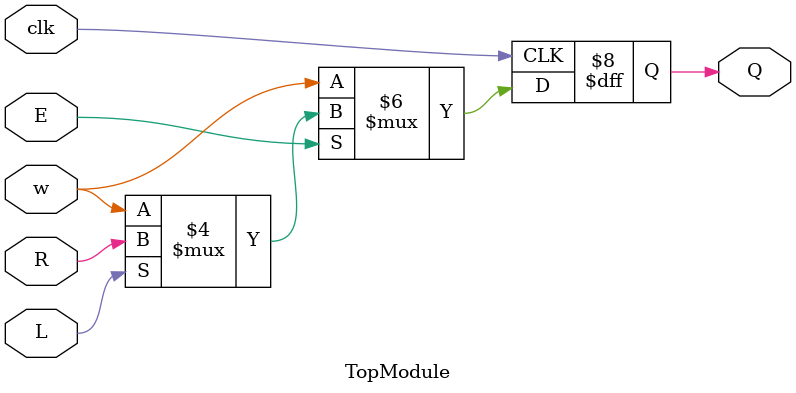
<source format=sv>

module TopModule(
    input clk,
    input w,
    input R,
    input E,
    input L,
    output reg Q
);

reg next_Q;

always @(posedge clk) begin
    if (E) begin
        if (L) begin
            Q <= R;
        end else begin
            Q <= w;
        end
    end else begin
        Q <= w;
    end
end

endmodule
</source>
